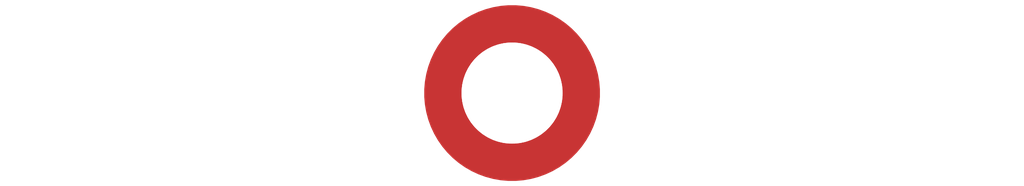
<source format=kicad_pcb>
(kicad_pcb (version 20240108) (generator pcbnew)
  (layers (0 "F.Cu" signal) (31 "B.Cu" signal) (34 "B.Paste" user) (35 "F.Paste" user) (36 "B.SilkS" user "B.Silkscreen") (37 "F.SilkS" user "F.Silkscreen") (38 "B.Mask" user) (39 "F.Mask" user) (44 "Edge.Cuts" user))
  (net 0 "")
  (footprint "Mounting_Wuerth_WA-SMSI-4.5mm_H10mm_9774100482" (layer "F.Cu") (at 0 0)
    (property "Reference" "REF**")
    (property "Value" "Mounting_Wuerth_WA-SMSI-4.5mm_H10mm_9774100482")
    (pad "" np_thru_hole circle (at 0 0) (size 5.4 5.4) (drill 5.4) (layers *.Cu *.Mask))
    (pad "1" smd circle (at -3.7 0) (size 1.6 1.6) (layers "F.Cu"))
    (pad "1" smd circle (at 0 -3.7) (size 1.6 1.6) (layers "F.Cu"))
    (pad "1" smd circle (at 0 3.7) (size 1.6 1.6) (layers "F.Cu"))
    (pad "1" smd custom (at 3.7 0) (size 1.6 1.6) (layers "F.Cu" "F.Mask") (options (clearance outline) (anchor circle)) (primitives (gr_circle (center -3.7 0) (end 0 0) (width 2) (fill no))))
  )
)
</source>
